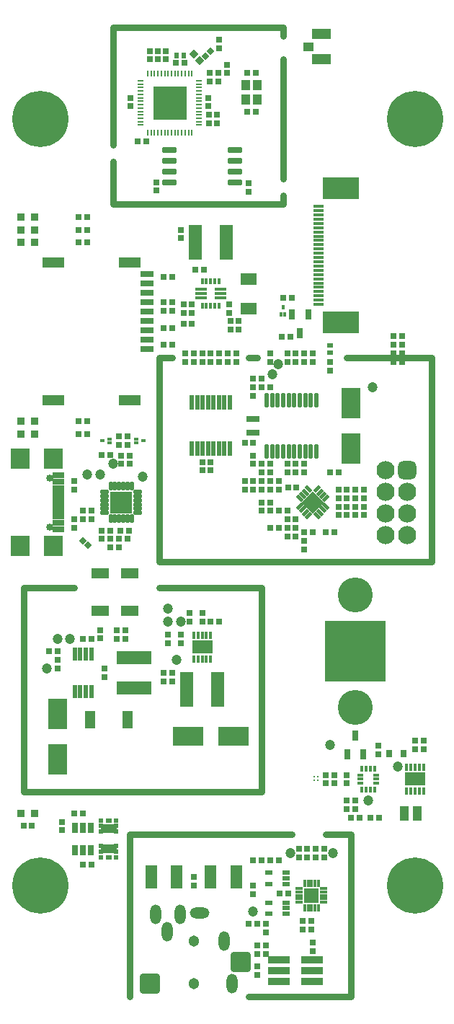
<source format=gbr>
%TF.GenerationSoftware,Altium Limited,Altium Designer,22.5.1 (42)*%
G04 Layer_Color=8388736*
%FSLAX45Y45*%
%MOMM*%
%TF.SameCoordinates,B0F14D10-A82B-43C6-BF60-515EF57ECD05*%
%TF.FilePolarity,Negative*%
%TF.FileFunction,Soldermask,Top*%
%TF.Part,Single*%
G01*
G75*
%TA.AperFunction,SMDPad,CuDef*%
%ADD23R,0.76200X0.20320*%
%ADD38R,0.20320X0.76200*%
%ADD39R,4.01320X4.01320*%
%ADD58R,2.48920X1.52400*%
%ADD120R,0.75320X0.80320*%
%ADD122R,0.80320X0.80320*%
%ADD123R,0.80320X0.75320*%
%TA.AperFunction,ComponentPad*%
G04:AMPARAMS|DCode=124|XSize=2.132mm|YSize=2.132mm|CornerRadius=0.558mm|HoleSize=0mm|Usage=FLASHONLY|Rotation=270.000|XOffset=0mm|YOffset=0mm|HoleType=Round|Shape=RoundedRectangle|*
%AMROUNDEDRECTD124*
21,1,2.13200,1.01600,0,0,270.0*
21,1,1.01600,2.13200,0,0,270.0*
1,1,1.11600,-0.50800,-0.50800*
1,1,1.11600,-0.50800,0.50800*
1,1,1.11600,0.50800,0.50800*
1,1,1.11600,0.50800,-0.50800*
%
%ADD124ROUNDEDRECTD124*%
%ADD125C,2.13200*%
%ADD126C,4.10000*%
G04:AMPARAMS|DCode=127|XSize=2.3mm|YSize=1.3mm|CornerRadius=0.65mm|HoleSize=0mm|Usage=FLASHONLY|Rotation=180.000|XOffset=0mm|YOffset=0mm|HoleType=Round|Shape=RoundedRectangle|*
%AMROUNDEDRECTD127*
21,1,2.30000,0.00000,0,0,180.0*
21,1,1.00000,1.30000,0,0,180.0*
1,1,1.30000,-0.50000,0.00000*
1,1,1.30000,0.50000,0.00000*
1,1,1.30000,0.50000,0.00000*
1,1,1.30000,-0.50000,0.00000*
%
%ADD127ROUNDEDRECTD127*%
G04:AMPARAMS|DCode=128|XSize=2.3mm|YSize=1.3mm|CornerRadius=0.65mm|HoleSize=0mm|Usage=FLASHONLY|Rotation=270.000|XOffset=0mm|YOffset=0mm|HoleType=Round|Shape=RoundedRectangle|*
%AMROUNDEDRECTD128*
21,1,2.30000,0.00000,0,0,270.0*
21,1,1.00000,1.30000,0,0,270.0*
1,1,1.30000,0.00000,-0.50000*
1,1,1.30000,0.00000,0.50000*
1,1,1.30000,0.00000,0.50000*
1,1,1.30000,0.00000,-0.50000*
%
%ADD128ROUNDEDRECTD128*%
G04:AMPARAMS|DCode=129|XSize=2.3mm|YSize=2.3mm|CornerRadius=0.27mm|HoleSize=0mm|Usage=FLASHONLY|Rotation=270.000|XOffset=0mm|YOffset=0mm|HoleType=Round|Shape=RoundedRectangle|*
%AMROUNDEDRECTD129*
21,1,2.30000,1.76000,0,0,270.0*
21,1,1.76000,2.30000,0,0,270.0*
1,1,0.54000,-0.88000,-0.88000*
1,1,0.54000,-0.88000,0.88000*
1,1,0.54000,0.88000,0.88000*
1,1,0.54000,0.88000,-0.88000*
%
%ADD129ROUNDEDRECTD129*%
%ADD130C,1.30320*%
%ADD131C,0.10000*%
%ADD132C,0.85320*%
%TA.AperFunction,ViaPad*%
%ADD133C,6.60000*%
%TA.AperFunction,NonConductor*%
%ADD148C,0.76200*%
%ADD149R,1.82500X1.05000*%
%TA.AperFunction,SMDPad,CuDef*%
%ADD150R,0.90000X0.55000*%
%ADD151R,0.40320X0.54320*%
%ADD152R,0.46320X0.54320*%
%ADD153R,0.80320X0.80320*%
%ADD154R,7.10000X7.10000*%
%ADD155R,1.30000X0.40000*%
%ADD156R,4.20000X2.60000*%
%ADD157R,0.80320X1.25320*%
G04:AMPARAMS|DCode=158|XSize=1.65mm|YSize=0.7mm|CornerRadius=0.08mm|HoleSize=0mm|Usage=FLASHONLY|Rotation=180.000|XOffset=0mm|YOffset=0mm|HoleType=Round|Shape=RoundedRectangle|*
%AMROUNDEDRECTD158*
21,1,1.65000,0.54000,0,0,180.0*
21,1,1.49000,0.70000,0,0,180.0*
1,1,0.16000,-0.74500,0.27000*
1,1,0.16000,0.74500,0.27000*
1,1,0.16000,0.74500,-0.27000*
1,1,0.16000,-0.74500,-0.27000*
%
%ADD158ROUNDEDRECTD158*%
%ADD159R,0.90000X0.90000*%
%ADD160R,1.90000X1.40000*%
%ADD161R,1.60000X4.10000*%
%ADD162R,1.40000X0.35000*%
%ADD163R,0.35000X0.80000*%
%ADD164R,0.70000X0.90000*%
%ADD165R,2.30000X1.15000*%
%ADD166R,1.15000X1.10000*%
%ADD167R,1.10320X1.20320*%
%ADD168R,0.60320X0.70320*%
G04:AMPARAMS|DCode=169|XSize=0.6032mm|YSize=0.7032mm|CornerRadius=0mm|HoleSize=0mm|Usage=FLASHONLY|Rotation=45.000|XOffset=0mm|YOffset=0mm|HoleType=Round|Shape=Rectangle|*
%AMROTATEDRECTD169*
4,1,4,0.03535,-0.46188,-0.46188,0.03535,-0.03535,0.46188,0.46188,-0.03535,0.03535,-0.46188,0.0*
%
%ADD169ROTATEDRECTD169*%

%ADD170P,1.13590X4X90.0*%
%ADD171R,0.90000X0.30000*%
%ADD172R,0.30000X0.90000*%
%ADD173R,2.50000X0.86000*%
%ADD174R,1.80000X1.80000*%
%ADD175C,1.20320*%
%ADD176R,1.50000X0.72000*%
%ADD177R,2.50000X1.20000*%
%ADD178R,0.70000X1.20000*%
%ADD179R,3.55320X2.20320*%
%ADD180R,2.20320X3.55320*%
%ADD181R,2.00000X1.30000*%
%ADD182R,2.65320X2.65320*%
G04:AMPARAMS|DCode=183|XSize=1.0632mm|YSize=0.4732mm|CornerRadius=0.13535mm|HoleSize=0mm|Usage=FLASHONLY|Rotation=0.000|XOffset=0mm|YOffset=0mm|HoleType=Round|Shape=RoundedRectangle|*
%AMROUNDEDRECTD183*
21,1,1.06320,0.20250,0,0,0.0*
21,1,0.79250,0.47320,0,0,0.0*
1,1,0.27070,0.39625,-0.10125*
1,1,0.27070,-0.39625,-0.10125*
1,1,0.27070,-0.39625,0.10125*
1,1,0.27070,0.39625,0.10125*
%
%ADD183ROUNDEDRECTD183*%
G04:AMPARAMS|DCode=184|XSize=1.0632mm|YSize=0.4732mm|CornerRadius=0.13535mm|HoleSize=0mm|Usage=FLASHONLY|Rotation=90.000|XOffset=0mm|YOffset=0mm|HoleType=Round|Shape=RoundedRectangle|*
%AMROUNDEDRECTD184*
21,1,1.06320,0.20250,0,0,90.0*
21,1,0.79250,0.47320,0,0,90.0*
1,1,0.27070,0.10125,0.39625*
1,1,0.27070,0.10125,-0.39625*
1,1,0.27070,-0.10125,-0.39625*
1,1,0.27070,-0.10125,0.39625*
%
%ADD184ROUNDEDRECTD184*%
%ADD185R,4.10000X1.60000*%
G04:AMPARAMS|DCode=186|XSize=1.7mm|YSize=0.51mm|CornerRadius=0.0705mm|HoleSize=0mm|Usage=FLASHONLY|Rotation=90.000|XOffset=0mm|YOffset=0mm|HoleType=Round|Shape=RoundedRectangle|*
%AMROUNDEDRECTD186*
21,1,1.70000,0.36900,0,0,90.0*
21,1,1.55900,0.51000,0,0,90.0*
1,1,0.14100,0.18450,0.77950*
1,1,0.14100,0.18450,-0.77950*
1,1,0.14100,-0.18450,-0.77950*
1,1,0.14100,-0.18450,0.77950*
%
%ADD186ROUNDEDRECTD186*%
%ADD187R,1.00320X1.70320*%
%ADD188R,0.35400X0.91280*%
%ADD189R,0.45560X0.68420*%
%ADD190R,0.68420X0.45560*%
%ADD191C,0.33000*%
G04:AMPARAMS|DCode=192|XSize=1.7mm|YSize=0.45mm|CornerRadius=0.0675mm|HoleSize=0mm|Usage=FLASHONLY|Rotation=270.000|XOffset=0mm|YOffset=0mm|HoleType=Round|Shape=RoundedRectangle|*
%AMROUNDEDRECTD192*
21,1,1.70000,0.31500,0,0,270.0*
21,1,1.56500,0.45000,0,0,270.0*
1,1,0.13500,-0.15750,-0.78250*
1,1,0.13500,-0.15750,0.78250*
1,1,0.13500,0.15750,0.78250*
1,1,0.13500,0.15750,-0.78250*
%
%ADD192ROUNDEDRECTD192*%
%ADD193R,0.57500X0.50000*%
%ADD194R,0.76000X0.50000*%
G04:AMPARAMS|DCode=195|XSize=1.55mm|YSize=0.55mm|CornerRadius=0.0725mm|HoleSize=0mm|Usage=FLASHONLY|Rotation=90.000|XOffset=0mm|YOffset=0mm|HoleType=Round|Shape=RoundedRectangle|*
%AMROUNDEDRECTD195*
21,1,1.55000,0.40500,0,0,90.0*
21,1,1.40500,0.55000,0,0,90.0*
1,1,0.14500,0.20250,0.70250*
1,1,0.14500,0.20250,-0.70250*
1,1,0.14500,-0.20250,-0.70250*
1,1,0.14500,-0.20250,0.70250*
%
%ADD195ROUNDEDRECTD195*%
%TA.AperFunction,ConnectorPad*%
%ADD196R,2.20320X2.38320*%
%ADD197R,1.35320X0.50320*%
%ADD198R,1.35320X0.80320*%
%TA.AperFunction,SMDPad,CuDef*%
%ADD199P,2.54558X4X180.0*%
G04:AMPARAMS|DCode=200|XSize=0.8532mm|YSize=0.4532mm|CornerRadius=0mm|HoleSize=0mm|Usage=FLASHONLY|Rotation=315.000|XOffset=0mm|YOffset=0mm|HoleType=Round|Shape=Rectangle|*
%AMROTATEDRECTD200*
4,1,4,-0.46188,0.14142,-0.14142,0.46188,0.46188,-0.14142,0.14142,-0.46188,-0.46188,0.14142,0.0*
%
%ADD200ROTATEDRECTD200*%

G04:AMPARAMS|DCode=201|XSize=0.8532mm|YSize=0.4532mm|CornerRadius=0mm|HoleSize=0mm|Usage=FLASHONLY|Rotation=45.000|XOffset=0mm|YOffset=0mm|HoleType=Round|Shape=Rectangle|*
%AMROTATEDRECTD201*
4,1,4,-0.14142,-0.46188,-0.46188,-0.14142,0.14142,0.46188,0.46188,0.14142,-0.14142,-0.46188,0.0*
%
%ADD201ROTATEDRECTD201*%

%ADD202R,1.40320X2.70320*%
%ADD203R,1.55000X0.70000*%
G04:AMPARAMS|DCode=204|XSize=0.6032mm|YSize=0.7032mm|CornerRadius=0mm|HoleSize=0mm|Usage=FLASHONLY|Rotation=315.000|XOffset=0mm|YOffset=0mm|HoleType=Round|Shape=Rectangle|*
%AMROTATEDRECTD204*
4,1,4,-0.46188,-0.03535,0.03535,0.46188,0.46188,0.03535,-0.03535,-0.46188,-0.46188,-0.03535,0.0*
%
%ADD204ROTATEDRECTD204*%

%ADD205R,0.70320X0.60320*%
%ADD206R,0.54320X0.40320*%
%ADD207R,0.54320X0.46320*%
%ADD208R,1.30000X2.00000*%
D23*
X-234560Y4430000D02*
D03*
X-234560Y4470000D02*
D03*
Y4510000D02*
D03*
X-925440Y4870000D02*
D03*
Y4830000D02*
D03*
Y4790000D02*
D03*
X-925440Y4950000D02*
D03*
X-925440Y4910000D02*
D03*
X-925440Y4750000D02*
D03*
X-925440Y4709999D02*
D03*
Y4670000D02*
D03*
X-925440Y4630000D02*
D03*
X-925440Y4590000D02*
D03*
Y4550000D02*
D03*
Y4510000D02*
D03*
Y4470000D02*
D03*
Y4430000D02*
D03*
X-234560Y4550000D02*
D03*
Y4590000D02*
D03*
X-234560Y4630000D02*
D03*
X-234560Y4670000D02*
D03*
Y4710000D02*
D03*
X-234560Y4750000D02*
D03*
X-234560Y4790000D02*
D03*
Y4830000D02*
D03*
Y4870000D02*
D03*
Y4910000D02*
D03*
Y4950000D02*
D03*
D38*
X-320000Y5035440D02*
D03*
X-360000D02*
D03*
X-400000D02*
D03*
X-440000D02*
D03*
X-480000D02*
D03*
X-520000D02*
D03*
X-560000D02*
D03*
X-600000D02*
D03*
X-680000D02*
D03*
X-720000D02*
D03*
X-760000D02*
D03*
X-800000D02*
D03*
X-840000Y5035440D02*
D03*
Y4344560D02*
D03*
X-800000Y4344560D02*
D03*
X-760000D02*
D03*
X-720000D02*
D03*
X-680000D02*
D03*
X-640000Y4344560D02*
D03*
X-600000D02*
D03*
X-560000Y4344560D02*
D03*
X-520000Y4344560D02*
D03*
X-480000Y4344560D02*
D03*
X-440000D02*
D03*
X-400000D02*
D03*
X-360000D02*
D03*
X-320000Y4344560D02*
D03*
X-640000Y5035440D02*
D03*
D39*
X-580000Y4690000D02*
D03*
D58*
X2300000Y-3250000D02*
D03*
X-200000Y-1700000D02*
D03*
D120*
X1100122Y-5170000D02*
D03*
Y-5270000D02*
D03*
X400000Y-4500000D02*
D03*
Y-4599999D02*
D03*
X2050000Y1650000D02*
D03*
X2050000Y1750000D02*
D03*
X2150000Y1650000D02*
D03*
X2150001Y1750000D02*
D03*
X350000Y3750000D02*
D03*
X350000Y3650000D02*
D03*
X-124999Y4650000D02*
D03*
X-124999Y4750000D02*
D03*
X450000Y-5550000D02*
D03*
Y-5450000D02*
D03*
X2150001Y1949999D02*
D03*
X2150000Y1850000D02*
D03*
X2050000Y1949999D02*
D03*
X2050000Y1849999D02*
D03*
X-1900000Y-1850000D02*
D03*
Y-1950000D02*
D03*
X-1050000Y550000D02*
D03*
X-1050000Y450000D02*
D03*
X-1150000Y550000D02*
D03*
Y450000D02*
D03*
X-1700000Y-200000D02*
D03*
Y-300000D02*
D03*
Y150000D02*
D03*
Y250000D02*
D03*
X200000Y1650000D02*
D03*
X200000Y1750001D02*
D03*
X100000Y1650000D02*
D03*
Y1750000D02*
D03*
X0Y1650000D02*
D03*
Y1750000D02*
D03*
X-100000Y1650000D02*
D03*
X-100000Y1750001D02*
D03*
X-200000Y1650000D02*
D03*
Y1750000D02*
D03*
X-300000Y1650000D02*
D03*
Y1750000D02*
D03*
X-400000Y1650000D02*
D03*
Y1750000D02*
D03*
X1500000Y150000D02*
D03*
Y50000D02*
D03*
X400000Y550000D02*
D03*
Y450000D02*
D03*
X1400000Y50000D02*
D03*
X1400000Y150000D02*
D03*
X400000Y1250000D02*
D03*
Y1350000D02*
D03*
X600000Y1750000D02*
D03*
X600000Y1650000D02*
D03*
X1100000Y1650000D02*
D03*
Y1750000D02*
D03*
X1000000Y1650000D02*
D03*
Y1750000D02*
D03*
X900000Y1650000D02*
D03*
Y1750000D02*
D03*
X1500000Y-150000D02*
D03*
Y-50000D02*
D03*
X800000Y1650000D02*
D03*
Y1750000D02*
D03*
X1000000Y-550000D02*
D03*
X1000000Y-450000D02*
D03*
X1400000Y-50000D02*
D03*
X1400000Y-150000D02*
D03*
X2300000Y-2800000D02*
D03*
Y-2900000D02*
D03*
X2400000Y-2800000D02*
D03*
Y-2900000D02*
D03*
X-1400000Y-1497500D02*
D03*
Y-1597500D02*
D03*
X1300000Y1550000D02*
D03*
Y1650000D02*
D03*
X-200000Y-1300000D02*
D03*
Y-1400000D02*
D03*
X-350000D02*
D03*
Y-1300000D02*
D03*
X-600000Y-1650000D02*
D03*
Y-1550000D02*
D03*
X-1850000Y-3850000D02*
D03*
X-1850000Y-3750000D02*
D03*
X450000Y-5300000D02*
D03*
Y-5200000D02*
D03*
X550000Y-5050000D02*
D03*
X549999Y-4950000D02*
D03*
X550000Y-5200000D02*
D03*
Y-5300000D02*
D03*
D122*
X1870309Y-2960000D02*
D03*
X1870308Y-2859993D02*
D03*
X-449990Y3200009D02*
D03*
Y3100002D02*
D03*
X119840Y2226154D02*
D03*
Y2326161D02*
D03*
X-739990Y3759997D02*
D03*
Y3659990D02*
D03*
X3Y5330009D02*
D03*
Y5430016D02*
D03*
X90010Y5139997D02*
D03*
Y5039990D02*
D03*
X-119990Y4549997D02*
D03*
Y4449990D02*
D03*
X-29990Y4549997D02*
D03*
Y4449990D02*
D03*
X-629990Y5299997D02*
D03*
Y5199990D02*
D03*
X-719990Y5299997D02*
D03*
Y5199990D02*
D03*
X-809990Y5299997D02*
D03*
Y5199990D02*
D03*
X-1039990Y4749997D02*
D03*
Y4649990D02*
D03*
X-1599990Y-200010D02*
D03*
Y-100003D02*
D03*
X-1499991Y-200010D02*
D03*
Y-100003D02*
D03*
X700009Y149990D02*
D03*
Y249997D02*
D03*
X800009Y349990D02*
D03*
X800009Y449997D02*
D03*
X1249990Y-3199990D02*
D03*
X1249991Y-3299997D02*
D03*
X1350009Y-3300009D02*
D03*
Y-3200002D02*
D03*
X1600009Y-3600010D02*
D03*
X1600009Y-3500003D02*
D03*
X1500009Y-3600010D02*
D03*
Y-3500003D02*
D03*
X1500010Y-3300010D02*
D03*
X1500009Y-3200002D02*
D03*
X-1350009Y-1949991D02*
D03*
Y-2049997D02*
D03*
X-450009Y-1549990D02*
D03*
Y-1649997D02*
D03*
X-299991Y-4500010D02*
D03*
Y-4400003D02*
D03*
D123*
X710546Y-4590475D02*
D03*
X810546Y-4590476D02*
D03*
X834949Y1942207D02*
D03*
X734950Y1942207D02*
D03*
X-319991Y2100000D02*
D03*
X-419991D02*
D03*
X-1550000Y3050000D02*
D03*
X-1650000Y3050000D02*
D03*
X-550000Y2250000D02*
D03*
X-650000D02*
D03*
X-550000Y2050000D02*
D03*
X-650000D02*
D03*
X-550000Y1850000D02*
D03*
X-650000D02*
D03*
X-550000Y2350000D02*
D03*
X-650000D02*
D03*
X-1080001Y-430010D02*
D03*
X-1180000Y-430009D02*
D03*
X935000Y-4065000D02*
D03*
X1034999Y-4065000D02*
D03*
X1034999Y-4165000D02*
D03*
X934999D02*
D03*
X1135000Y-4165000D02*
D03*
X1235000Y-4165000D02*
D03*
Y-4065000D02*
D03*
X1135000D02*
D03*
X-2200000Y-3800000D02*
D03*
X-2300000Y-3800000D02*
D03*
X500000Y-100000D02*
D03*
X600000D02*
D03*
X-1280000Y-530000D02*
D03*
X-1180000D02*
D03*
X-1500000Y-1600000D02*
D03*
X-1600000D02*
D03*
X-2000000Y-1750000D02*
D03*
X-1900000D02*
D03*
X-1378454Y557527D02*
D03*
X-1278454Y557526D02*
D03*
X-1650000Y3350000D02*
D03*
X-1550000Y3350000D02*
D03*
X-1550000Y800000D02*
D03*
X-1650000D02*
D03*
X-1550000Y950000D02*
D03*
X-1650000D02*
D03*
X-1060000Y-330000D02*
D03*
X-1160000D02*
D03*
X-1180000Y772500D02*
D03*
X-1080000D02*
D03*
Y672500D02*
D03*
X-1180000D02*
D03*
X500000Y250000D02*
D03*
X600000D02*
D03*
X400000D02*
D03*
X300000D02*
D03*
X600000Y150000D02*
D03*
X500000D02*
D03*
X800000Y-300000D02*
D03*
X900000Y-300000D02*
D03*
X800000Y-100000D02*
D03*
X700000D02*
D03*
X1400001Y350000D02*
D03*
X1300001Y350000D02*
D03*
X1700000Y150000D02*
D03*
X1600000D02*
D03*
X1700000Y50000D02*
D03*
X1600000Y50000D02*
D03*
X500000Y350000D02*
D03*
X600000D02*
D03*
X1000000D02*
D03*
X900000D02*
D03*
X1350000Y-350000D02*
D03*
X1250000Y-350000D02*
D03*
X1700000Y-50000D02*
D03*
X1600000D02*
D03*
X1700000Y-150000D02*
D03*
X1600000Y-150000D02*
D03*
X800000Y-400000D02*
D03*
X900000Y-400000D02*
D03*
X1100000Y-350000D02*
D03*
X1000000Y-350000D02*
D03*
X1000000Y450000D02*
D03*
X900000D02*
D03*
X1650000Y-3700000D02*
D03*
X1550000D02*
D03*
X1775000D02*
D03*
X1875000D02*
D03*
X-550000Y2650000D02*
D03*
X-650000Y2650000D02*
D03*
X-1550000Y3200000D02*
D03*
X-1650000Y3200000D02*
D03*
X850000Y2400000D02*
D03*
X750000D02*
D03*
X-1600000Y-4250001D02*
D03*
X-1500000Y-4250001D02*
D03*
X699100Y-4200000D02*
D03*
X599101Y-4200000D02*
D03*
D124*
X2209000Y381000D02*
D03*
D125*
Y127000D02*
D03*
Y-127000D02*
D03*
Y-381000D02*
D03*
X1955000D02*
D03*
Y-127000D02*
D03*
Y127000D02*
D03*
Y381000D02*
D03*
D126*
X1600000Y-1090000D02*
D03*
Y-2410000D02*
D03*
D127*
X-230000Y-4820000D02*
D03*
D128*
X60000Y-5150000D02*
D03*
X-460000Y-4840000D02*
D03*
X150000Y-5650000D02*
D03*
X-610000Y-5040000D02*
D03*
X-750000Y-4840000D02*
D03*
D129*
X-810000Y-5650000D02*
D03*
X250000Y-5400000D02*
D03*
D130*
X-300000Y-5650000D02*
D03*
Y-5150000D02*
D03*
D131*
X800016Y2760000D02*
D03*
X-799984Y-2760000D02*
D03*
X800016Y-3580000D02*
D03*
X-1992000Y1718000D02*
D03*
X-1992000Y2398000D02*
D03*
D132*
X-1995000Y-289000D02*
D03*
Y289000D02*
D03*
D133*
X-2100000Y-4500000D02*
D03*
X2300000D02*
D03*
Y4500000D02*
D03*
X-2100000D02*
D03*
D148*
X-1050000Y-5800000D02*
Y-3900000D01*
X850000D01*
X1250000D02*
X1550000D01*
Y-5800000D02*
Y-3900000D01*
X349985Y-5800004D02*
X1550000Y-5800000D01*
X750000Y5475000D02*
Y5575000D01*
X-150007D02*
X750000D01*
X-1249993Y5575000D02*
X-123189D01*
X-1249993Y4199983D02*
Y5575000D01*
X-1250000Y3500006D02*
Y3999973D01*
X-1250000D01*
X-1250000Y3500006D02*
X-1250000D01*
X-1250000D02*
X749981D01*
Y3599992D01*
X749999Y3800002D02*
Y5200002D01*
X-700000Y-700000D02*
X2500000D01*
Y1700000D01*
X1500000D02*
X2500000D01*
X350000D02*
X450000D01*
X-700000Y1700000D02*
X-550000D01*
X-700000Y-700000D02*
Y1700000D01*
X-2300000Y-1000000D02*
X-1700025D01*
X-2300000Y-3400000D02*
Y-1000000D01*
Y-3400000D02*
X500000D01*
Y-1000000D01*
X-700007D02*
X500000D01*
D149*
X-1300006Y-3832503D02*
D03*
X-1299999Y-4067502D02*
D03*
D150*
X585000Y-4350000D02*
D03*
X785000D02*
D03*
X785000Y-4415000D02*
D03*
X785000Y-4480000D02*
D03*
X585000D02*
D03*
X585000Y-4830000D02*
D03*
X785000D02*
D03*
Y-4765000D02*
D03*
X785000Y-4700000D02*
D03*
X585000Y-4700000D02*
D03*
D151*
X731000Y2207000D02*
D03*
X769000D02*
D03*
D152*
X750000Y2293000D02*
D03*
D153*
X399991Y1449990D02*
D03*
X499997Y1449991D02*
D03*
X129993Y2029999D02*
D03*
X230000Y2030000D02*
D03*
X-860002Y4239991D02*
D03*
X-960009D02*
D03*
X429997Y5044990D02*
D03*
X329991Y5044990D02*
D03*
X330003Y4585009D02*
D03*
X430010D02*
D03*
X-410002Y5159990D02*
D03*
X-510009D02*
D03*
X-109997Y5040009D02*
D03*
X-9990D02*
D03*
X-109997Y4940009D02*
D03*
X-9990D02*
D03*
X400003Y-4199991D02*
D03*
X500010Y-4199990D02*
D03*
X350003Y-4949990D02*
D03*
X450010Y-4949991D02*
D03*
X1084997Y-4915009D02*
D03*
X984990Y-4915009D02*
D03*
X1084997Y-5015009D02*
D03*
X984990Y-5015010D02*
D03*
X-419995Y2226155D02*
D03*
X-319987Y2226154D02*
D03*
X-1380009Y-430009D02*
D03*
X-1280003D02*
D03*
X-1380009Y-330009D02*
D03*
X-1280003D02*
D03*
X-99990Y475010D02*
D03*
X-199997Y475009D02*
D03*
X-99990Y375009D02*
D03*
X-199997D02*
D03*
X807614Y176024D02*
D03*
X907621Y176025D02*
D03*
X299990Y149990D02*
D03*
X399997Y149991D02*
D03*
X600010Y10D02*
D03*
X500003Y9D02*
D03*
X799991Y-200010D02*
D03*
X899997D02*
D03*
X599990Y-300009D02*
D03*
X699997D02*
D03*
X600009Y450010D02*
D03*
X500003D02*
D03*
X400010Y700010D02*
D03*
X300003Y700010D02*
D03*
X600009Y1350009D02*
D03*
X500003D02*
D03*
X-279756Y2732067D02*
D03*
X-179749Y2732067D02*
D03*
X129993Y2129999D02*
D03*
X230000Y2129999D02*
D03*
X-319990Y2326144D02*
D03*
X-419997Y2326145D02*
D03*
X-1200010Y-1600009D02*
D03*
X-1100003D02*
D03*
X-1200010Y-1500009D02*
D03*
X-1100003D02*
D03*
X10Y-1399990D02*
D03*
X-99997D02*
D03*
X-650010Y-2000009D02*
D03*
X-550003D02*
D03*
X-650010Y-2100009D02*
D03*
X-550003D02*
D03*
X-1700010Y-3650011D02*
D03*
X-1600003Y-3650010D02*
D03*
D154*
X1600000Y-1750000D02*
D03*
D155*
X1167500Y2875000D02*
D03*
Y2825000D02*
D03*
Y2775000D02*
D03*
Y2725000D02*
D03*
X1167500Y2675000D02*
D03*
X1167500Y2625000D02*
D03*
Y2575000D02*
D03*
Y2525000D02*
D03*
Y2475000D02*
D03*
Y2425000D02*
D03*
Y2375000D02*
D03*
Y2325000D02*
D03*
Y2925000D02*
D03*
Y2975000D02*
D03*
Y3025000D02*
D03*
Y3075000D02*
D03*
Y3125000D02*
D03*
X1167500Y3175000D02*
D03*
Y3225000D02*
D03*
X1167500Y3275000D02*
D03*
Y3325000D02*
D03*
Y3375000D02*
D03*
X1167500Y3425000D02*
D03*
X1167500Y3475000D02*
D03*
D156*
X1432500Y3687000D02*
D03*
Y2113000D02*
D03*
D157*
X950000Y1990000D02*
D03*
X855000Y2210000D02*
D03*
X1045000D02*
D03*
X1505000Y-2959999D02*
D03*
X1695000Y-2960000D02*
D03*
X1600000Y-2740000D02*
D03*
D158*
X187000Y3759500D02*
D03*
Y3886500D02*
D03*
Y4013500D02*
D03*
Y4140500D02*
D03*
X-587000D02*
D03*
Y4013500D02*
D03*
Y3886500D02*
D03*
Y3759500D02*
D03*
D159*
X-2330000Y3050000D02*
D03*
X-2170000Y3050000D02*
D03*
X-2330000Y3350000D02*
D03*
X-2170000Y3350000D02*
D03*
Y800000D02*
D03*
X-2330000Y800000D02*
D03*
X-2170000Y950000D02*
D03*
X-2330000Y950000D02*
D03*
Y3200000D02*
D03*
X-2170000D02*
D03*
Y-3650000D02*
D03*
X-2330000Y-3650000D02*
D03*
D160*
X350000Y2625000D02*
D03*
Y2275000D02*
D03*
D161*
X-280000Y3050000D02*
D03*
X80000Y3050000D02*
D03*
X-380000Y-2200000D02*
D03*
X-20000D02*
D03*
D162*
X-215000Y2500000D02*
D03*
Y2450000D02*
D03*
Y2400000D02*
D03*
X15000Y2500000D02*
D03*
Y2450000D02*
D03*
Y2400000D02*
D03*
D163*
X-200000Y2305000D02*
D03*
X-150000D02*
D03*
X-100000D02*
D03*
X-50000D02*
D03*
X-0D02*
D03*
Y2595000D02*
D03*
X-50000D02*
D03*
X-100000D02*
D03*
X-150000D02*
D03*
X-200000D02*
D03*
D164*
X2000000Y-2950000D02*
D03*
X2169999Y-2950000D02*
D03*
D165*
X1200000Y5202506D02*
D03*
X1200000Y5497500D02*
D03*
D166*
X1047500Y5350000D02*
D03*
D167*
X315001Y4730000D02*
D03*
Y4900000D02*
D03*
X445001Y4900000D02*
D03*
Y4730000D02*
D03*
D168*
X-420000Y5250000D02*
D03*
X-500000D02*
D03*
D169*
X-101716Y5298284D02*
D03*
X-158284Y5241716D02*
D03*
D170*
X-230000Y5190000D02*
D03*
X-300716Y5260716D02*
D03*
D171*
X1230000Y-4575000D02*
D03*
X940000Y-4615000D02*
D03*
Y-4575000D02*
D03*
X940000Y-4695000D02*
D03*
X940000Y-4655000D02*
D03*
X1230000Y-4535000D02*
D03*
Y-4655000D02*
D03*
Y-4615000D02*
D03*
Y-4694999D02*
D03*
X940000Y-4535000D02*
D03*
D172*
X1165000Y-4470000D02*
D03*
X1125000D02*
D03*
X1005000Y-4470000D02*
D03*
X1045000Y-4470000D02*
D03*
X1085000D02*
D03*
X1165000Y-4760000D02*
D03*
X1125000D02*
D03*
X1045000Y-4760000D02*
D03*
X1085000Y-4760000D02*
D03*
X1005000D02*
D03*
D173*
X705000Y-5373000D02*
D03*
X705000Y-5500001D02*
D03*
X704999Y-5627000D02*
D03*
X1095000Y-5627000D02*
D03*
X1095000Y-5499999D02*
D03*
X1094999Y-5372999D02*
D03*
D174*
X1085000Y-4615000D02*
D03*
D175*
X1335000Y-4115000D02*
D03*
X400000Y-4800000D02*
D03*
X835000Y-4115000D02*
D03*
X-1900000Y-1600000D02*
D03*
X-1750000D02*
D03*
X-2025000Y-1950000D02*
D03*
X-1550000Y325000D02*
D03*
X-900000Y300000D02*
D03*
X-1250000Y450000D02*
D03*
X-1400000Y325000D02*
D03*
X695738Y1622871D02*
D03*
X622500Y1500000D02*
D03*
X1300000Y-2850000D02*
D03*
X1750000Y-3500000D02*
D03*
X2100000Y-3100000D02*
D03*
X-600000Y-1250000D02*
D03*
X-450000Y-1400000D02*
D03*
X-600000D02*
D03*
X-500000Y-1850000D02*
D03*
X1800000Y1350000D02*
D03*
D176*
X-850000Y2680000D02*
D03*
X-850000Y2570000D02*
D03*
X-850000Y2460000D02*
D03*
X-850000Y2350000D02*
D03*
X-850000Y2240000D02*
D03*
Y2130000D02*
D03*
Y2020000D02*
D03*
Y1910000D02*
D03*
Y1800000D02*
D03*
D177*
X-1050000Y2818000D02*
D03*
X-1950000Y2818000D02*
D03*
X-1950000Y1203000D02*
D03*
X-1050000Y1203000D02*
D03*
D178*
X-1695000Y-3820000D02*
D03*
X-1600000Y-3820002D02*
D03*
X-1505000Y-3820000D02*
D03*
X-1505000Y-4080000D02*
D03*
X-1600000Y-4080001D02*
D03*
X-1695000Y-4080001D02*
D03*
D179*
X-365000Y-2750000D02*
D03*
X165000D02*
D03*
D180*
X-1900000Y-3015000D02*
D03*
Y-2485000D02*
D03*
X1549999Y1164999D02*
D03*
Y635000D02*
D03*
D181*
X-1050000Y-830000D02*
D03*
Y-1270000D02*
D03*
X-1400000D02*
D03*
Y-830000D02*
D03*
D182*
X-1150000Y0D02*
D03*
D183*
X-956500Y125000D02*
D03*
Y75000D02*
D03*
Y25000D02*
D03*
Y-25000D02*
D03*
Y-75000D02*
D03*
Y-125000D02*
D03*
X-1343500D02*
D03*
Y-75000D02*
D03*
Y-25000D02*
D03*
Y25000D02*
D03*
Y75000D02*
D03*
Y125000D02*
D03*
D184*
X-1275000Y193500D02*
D03*
X-1225000D02*
D03*
X-1175000D02*
D03*
X-1125000D02*
D03*
X-1075000D02*
D03*
X-1025000D02*
D03*
Y-193500D02*
D03*
X-1075000D02*
D03*
X-1125000D02*
D03*
X-1175000D02*
D03*
X-1225000D02*
D03*
X-1275000D02*
D03*
D185*
X-1000000Y-1820000D02*
D03*
Y-2180000D02*
D03*
D186*
X-322250Y630000D02*
D03*
X-4750D02*
D03*
X-68250D02*
D03*
X-131750D02*
D03*
X-195250Y630000D02*
D03*
X-258750Y630000D02*
D03*
X58750D02*
D03*
X122250D02*
D03*
Y1170000D02*
D03*
X58750D02*
D03*
X-4750D02*
D03*
X-68250D02*
D03*
X-131750D02*
D03*
X-195250D02*
D03*
X-258750D02*
D03*
X-322250D02*
D03*
D187*
X2175000Y-3650000D02*
D03*
X2325000Y-3650000D02*
D03*
D188*
X2200000Y-3110300D02*
D03*
X2250000D02*
D03*
X2300000D02*
D03*
X2350000D02*
D03*
X2400000D02*
D03*
Y-3389700D02*
D03*
X2350000D02*
D03*
X2300000D02*
D03*
X2250000D02*
D03*
X2200000Y-3389700D02*
D03*
X-100000Y-1839700D02*
D03*
X-150000D02*
D03*
X-200000D02*
D03*
X-250000D02*
D03*
X-300000D02*
D03*
Y-1560300D02*
D03*
X-250000D02*
D03*
X-200000D02*
D03*
X-150000D02*
D03*
X-100000D02*
D03*
D189*
X1825019Y-3129350D02*
D03*
X1775007Y-3129350D02*
D03*
X1724994Y-3129350D02*
D03*
X1674981D02*
D03*
Y-3370650D02*
D03*
X1724994D02*
D03*
X1775007Y-3370650D02*
D03*
X1825019Y-3370650D02*
D03*
D190*
X1654130Y-3199987D02*
D03*
X1654130Y-3250000D02*
D03*
X1654130Y-3300013D02*
D03*
X1845870Y-3300012D02*
D03*
X1845870Y-3250000D02*
D03*
Y-3199987D02*
D03*
D191*
X1116419Y-3262736D02*
D03*
X1116419Y-3222737D02*
D03*
X1156418Y-3262736D02*
D03*
X1156419Y-3222736D02*
D03*
D192*
X817500Y1200000D02*
D03*
X882500D02*
D03*
X1012500Y600000D02*
D03*
X1077500D02*
D03*
X1142500Y600000D02*
D03*
Y1200000D02*
D03*
X1077500Y1199999D02*
D03*
X1012500Y1200000D02*
D03*
X947500D02*
D03*
X947500Y600000D02*
D03*
X882500D02*
D03*
X817500D02*
D03*
X752499Y600000D02*
D03*
X687500Y600000D02*
D03*
X622500Y600000D02*
D03*
X557500D02*
D03*
X752499Y1200000D02*
D03*
X687500Y1200000D02*
D03*
X622500Y1199999D02*
D03*
X557500Y1200000D02*
D03*
D193*
X-1208750Y-3865001D02*
D03*
X-1208750Y-3800001D02*
D03*
X-1208750Y-3735000D02*
D03*
X-1391250Y-3735000D02*
D03*
X-1391250Y-3800001D02*
D03*
X-1391250Y-3865000D02*
D03*
X-1391250Y-4035001D02*
D03*
X-1391250Y-4100001D02*
D03*
Y-4165001D02*
D03*
X-1208750Y-4165001D02*
D03*
X-1208750Y-4100001D02*
D03*
X-1208750Y-4035001D02*
D03*
D194*
X-1300000Y-3735001D02*
D03*
X-1300000Y-4165001D02*
D03*
D195*
X-1502500Y-1780000D02*
D03*
X-1567500D02*
D03*
X-1632500D02*
D03*
X-1697500D02*
D03*
Y-2220000D02*
D03*
X-1632500D02*
D03*
X-1567500D02*
D03*
X-1502500D02*
D03*
D196*
X-2338000Y-511000D02*
D03*
Y511000D02*
D03*
X-1945000Y-511000D02*
D03*
Y511000D02*
D03*
D197*
X-1887500Y-25000D02*
D03*
Y25000D02*
D03*
Y-75000D02*
D03*
Y75000D02*
D03*
Y-125000D02*
D03*
Y125000D02*
D03*
Y-175000D02*
D03*
Y175000D02*
D03*
D198*
Y-320000D02*
D03*
Y-240000D02*
D03*
Y240000D02*
D03*
Y320000D02*
D03*
D199*
X1100000Y0D02*
D03*
D200*
X1253796Y-47730D02*
D03*
X1218441Y-83085D02*
D03*
X1183086Y-118441D02*
D03*
X1147730Y-153796D02*
D03*
X946205Y47730D02*
D03*
X981560Y83085D02*
D03*
X1016915Y118440D02*
D03*
X1052271Y153796D02*
D03*
D201*
X1253796Y47730D02*
D03*
X1052270Y-153796D02*
D03*
X1016915Y-118440D02*
D03*
X981560Y-83085D02*
D03*
X946205Y-47729D02*
D03*
X1218441Y83085D02*
D03*
X1183086Y118440D02*
D03*
X1147730Y153796D02*
D03*
D202*
X-500000Y-4400000D02*
D03*
X-800000D02*
D03*
X-100000Y-4400000D02*
D03*
X200000Y-4400000D02*
D03*
D203*
X400000Y980000D02*
D03*
Y820000D02*
D03*
D204*
X-1600000Y-450000D02*
D03*
X-1543432Y-506568D02*
D03*
D205*
X1300000Y1840000D02*
D03*
X1300000Y1760000D02*
D03*
D206*
X-973000Y741500D02*
D03*
X-973000Y703500D02*
D03*
X-1287000Y703500D02*
D03*
X-1287000Y741500D02*
D03*
D207*
X-887001Y722500D02*
D03*
X-1373000Y722500D02*
D03*
D208*
X-1520000Y-2550000D02*
D03*
X-1080000D02*
D03*
%TF.MD5,3883d38488446d287884ab01b9812972*%
M02*

</source>
